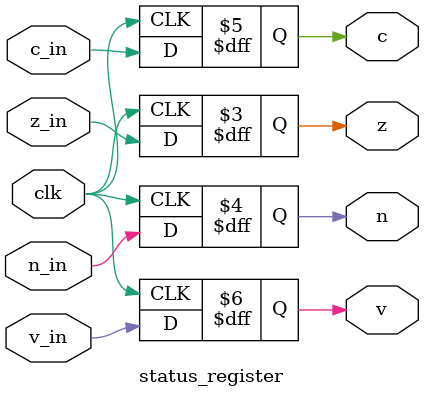
<source format=v>

module status_register(clk, z_in, n_in, c_in, v_in, z, n, c, v);
  input  wire clk;
  input  wire z_in, n_in, c_in, v_in;
  output reg  z, n, c, v;

  initial begin
    z = 0; n = 0; c = 0; v = 0;
  end

  always @(posedge clk) begin
    z <= z_in;
    n <= n_in;
    c <= c_in;
    v <= v_in;
  end
endmodule

</source>
